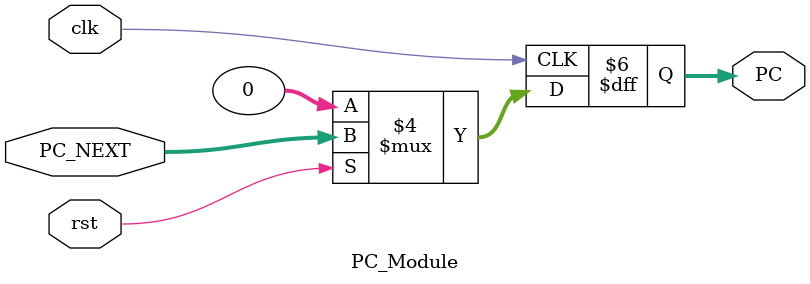
<source format=v>
module PC_Module(PC_NEXT,PC,rst,clk);

    input [31:0] PC_NEXT; //program counter next indicates the adress of the next instruction
    input rst, clk; //reset e clock

    output reg [31:0] PC; ////program counter indicates to the current instruction

    always @( posedge clk) 
    begin
        if (~rst) //if rst=0
            PC <= {32{1'b0}}; //PC = 32*1'b0
        else
            PC <= PC_NEXT;   //PC = next instruction
    end

endmodule
</source>
